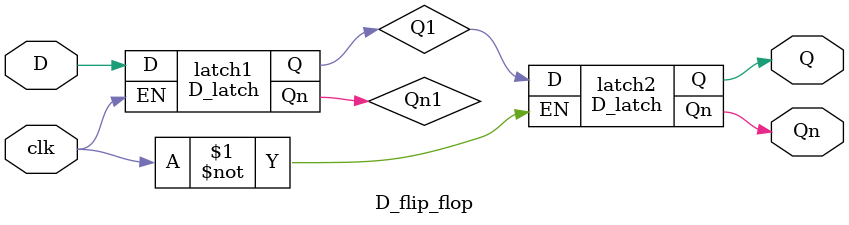
<source format=v>
`timescale 1ns / 1ps

module D_latch(input D, input EN, output Q, output Qn);
    //intermediate wires
    wire D_EN;
    wire D_comp;
    wire Dcomp_EN;
    
    NAND_gate gate(D, EN, D_EN);
    NAND_gate gate1(D, D, D_comp);
    NAND_gate gate2(D_comp, EN, Dcomp_EN);
    NAND_gate gate3(D_EN, Qn, Q);
    NAND_gate gate4(Dcomp_EN, Q, Qn);
endmodule

module D_flip_flop(input D, input clk, output reg Q, output reg Qn);
    //intermediate wires 
    wire Q1, Qn1;
    
    D_latch latch1(D, clk, Q1, Qn1);
    D_latch latch2(Q1, ~clk, Q, Qn); 
endmodule

</source>
